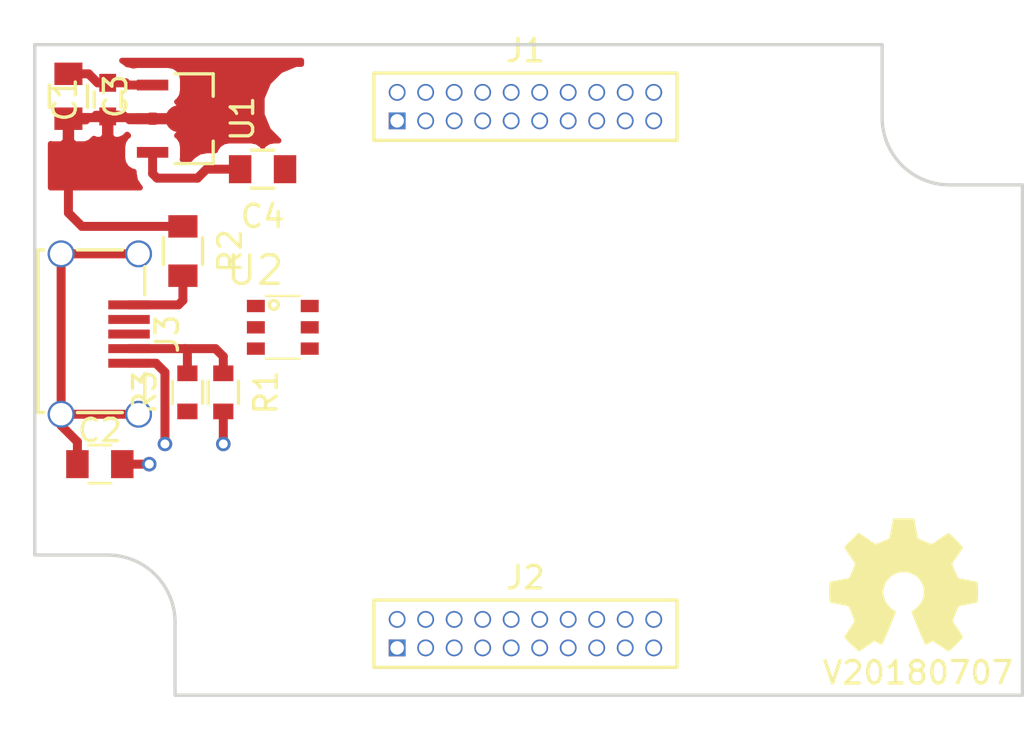
<source format=kicad_pcb>
(kicad_pcb (version 4) (host pcbnew 4.0.7-e2-6376~61~ubuntu18.04.1)

  (general
    (links 29)
    (no_connects 21)
    (area 127.924999 85.424999 172.075001 114.575001)
    (thickness 1.6)
    (drawings 10)
    (tracks 40)
    (zones 0)
    (modules 16)
    (nets 11)
  )

  (page A4)
  (layers
    (0 F.Cu signal)
    (1 In1.Cu signal)
    (2 In2.Cu signal)
    (31 B.Cu signal)
    (32 B.Adhes user)
    (33 F.Adhes user)
    (34 B.Paste user)
    (35 F.Paste user)
    (36 B.SilkS user)
    (37 F.SilkS user)
    (38 B.Mask user)
    (39 F.Mask user)
    (40 Dwgs.User user)
    (41 Cmts.User user)
    (42 Eco1.User user)
    (43 Eco2.User user)
    (44 Edge.Cuts user)
    (45 Margin user)
    (46 B.CrtYd user)
    (47 F.CrtYd user)
    (48 B.Fab user)
    (49 F.Fab user)
  )

  (setup
    (last_trace_width 0.4)
    (user_trace_width 0.15)
    (user_trace_width 0.2)
    (user_trace_width 0.3)
    (user_trace_width 0.4)
    (user_trace_width 0.6)
    (user_trace_width 1)
    (user_trace_width 1.5)
    (user_trace_width 2)
    (trace_clearance 0.0889)
    (zone_clearance 0.508)
    (zone_45_only no)
    (trace_min 0.0889)
    (segment_width 0.2)
    (edge_width 0.15)
    (via_size 0.45)
    (via_drill 0.2)
    (via_min_size 0.45)
    (via_min_drill 0.2)
    (user_via 0.45 0.2)
    (user_via 0.65 0.4)
    (user_via 0.75 0.6)
    (user_via 0.95 0.8)
    (user_via 1.3 1)
    (user_via 1.5 1.2)
    (user_via 1.7 1.4)
    (user_via 1.9 1.6)
    (uvia_size 0.6)
    (uvia_drill 0.3)
    (uvias_allowed no)
    (uvia_min_size 0.381)
    (uvia_min_drill 0.254)
    (pcb_text_width 0.3)
    (pcb_text_size 1.5 1.5)
    (mod_edge_width 0.15)
    (mod_text_size 1 1)
    (mod_text_width 0.15)
    (pad_size 1.524 1.524)
    (pad_drill 0.762)
    (pad_to_mask_clearance 0.1)
    (aux_axis_origin 0 0)
    (visible_elements FFFFFF7F)
    (pcbplotparams
      (layerselection 0x00030_80000001)
      (usegerberextensions false)
      (excludeedgelayer true)
      (linewidth 0.100000)
      (plotframeref false)
      (viasonmask false)
      (mode 1)
      (useauxorigin false)
      (hpglpennumber 1)
      (hpglpenspeed 20)
      (hpglpendiameter 15)
      (hpglpenoverlay 2)
      (psnegative false)
      (psa4output false)
      (plotreference true)
      (plotvalue true)
      (plotinvisibletext false)
      (padsonsilk false)
      (subtractmaskfromsilk false)
      (outputformat 1)
      (mirror false)
      (drillshape 1)
      (scaleselection 1)
      (outputdirectory ""))
  )

  (net 0 "")
  (net 1 VDDA)
  (net 2 VSSA)
  (net 3 VDD)
  (net 4 VSS)
  (net 5 +5V)
  (net 6 "Net-(C2-Pad1)")
  (net 7 "Net-(J3-Pad4)")
  (net 8 "Net-(J3-Pad3)")
  (net 9 "Net-(J3-Pad2)")
  (net 10 "Net-(J3-Pad1)")

  (net_class Default "This is the default net class."
    (clearance 0.0889)
    (trace_width 0.0889)
    (via_dia 0.45)
    (via_drill 0.2)
    (uvia_dia 0.6)
    (uvia_drill 0.3)
    (add_net +5V)
    (add_net "Net-(C2-Pad1)")
    (add_net "Net-(J3-Pad1)")
    (add_net "Net-(J3-Pad2)")
    (add_net "Net-(J3-Pad3)")
    (add_net "Net-(J3-Pad4)")
    (add_net VDD)
    (add_net VDDA)
    (add_net VSS)
    (add_net VSSA)
  )

  (module Symbols:OSHW-Symbol_6.7x6mm_SilkScreen (layer F.Cu) (tedit 0) (tstamp 5A135134)
    (at 166.7 109.6)
    (descr "Open Source Hardware Symbol")
    (tags "Logo Symbol OSHW")
    (path /5A135869)
    (attr virtual)
    (fp_text reference N1 (at 0 0) (layer F.SilkS) hide
      (effects (font (size 1 1) (thickness 0.15)))
    )
    (fp_text value OHWLOGO (at 0.75 0) (layer F.Fab) hide
      (effects (font (size 1 1) (thickness 0.15)))
    )
    (fp_poly (pts (xy 0.555814 -2.531069) (xy 0.639635 -2.086445) (xy 0.94892 -1.958947) (xy 1.258206 -1.831449)
      (xy 1.629246 -2.083754) (xy 1.733157 -2.154004) (xy 1.827087 -2.216728) (xy 1.906652 -2.269062)
      (xy 1.96747 -2.308143) (xy 2.005157 -2.331107) (xy 2.015421 -2.336058) (xy 2.03391 -2.323324)
      (xy 2.07342 -2.288118) (xy 2.129522 -2.234938) (xy 2.197787 -2.168282) (xy 2.273786 -2.092646)
      (xy 2.353092 -2.012528) (xy 2.431275 -1.932426) (xy 2.503907 -1.856836) (xy 2.566559 -1.790255)
      (xy 2.614803 -1.737182) (xy 2.64421 -1.702113) (xy 2.651241 -1.690377) (xy 2.641123 -1.66874)
      (xy 2.612759 -1.621338) (xy 2.569129 -1.552807) (xy 2.513218 -1.467785) (xy 2.448006 -1.370907)
      (xy 2.410219 -1.31565) (xy 2.341343 -1.214752) (xy 2.28014 -1.123701) (xy 2.229578 -1.04703)
      (xy 2.192628 -0.989272) (xy 2.172258 -0.954957) (xy 2.169197 -0.947746) (xy 2.176136 -0.927252)
      (xy 2.195051 -0.879487) (xy 2.223087 -0.811168) (xy 2.257391 -0.729011) (xy 2.295109 -0.63973)
      (xy 2.333387 -0.550042) (xy 2.36937 -0.466662) (xy 2.400206 -0.396306) (xy 2.423039 -0.34569)
      (xy 2.435017 -0.321529) (xy 2.435724 -0.320578) (xy 2.454531 -0.315964) (xy 2.504618 -0.305672)
      (xy 2.580793 -0.290713) (xy 2.677865 -0.272099) (xy 2.790643 -0.250841) (xy 2.856442 -0.238582)
      (xy 2.97695 -0.215638) (xy 3.085797 -0.193805) (xy 3.177476 -0.174278) (xy 3.246481 -0.158252)
      (xy 3.287304 -0.146921) (xy 3.295511 -0.143326) (xy 3.303548 -0.118994) (xy 3.310033 -0.064041)
      (xy 3.31497 0.015108) (xy 3.318364 0.112026) (xy 3.320218 0.220287) (xy 3.320538 0.333465)
      (xy 3.319327 0.445135) (xy 3.31659 0.548868) (xy 3.312331 0.638241) (xy 3.306555 0.706826)
      (xy 3.299267 0.748197) (xy 3.294895 0.75681) (xy 3.268764 0.767133) (xy 3.213393 0.781892)
      (xy 3.136107 0.799352) (xy 3.04423 0.81778) (xy 3.012158 0.823741) (xy 2.857524 0.852066)
      (xy 2.735375 0.874876) (xy 2.641673 0.89308) (xy 2.572384 0.907583) (xy 2.523471 0.919292)
      (xy 2.490897 0.929115) (xy 2.470628 0.937956) (xy 2.458626 0.946724) (xy 2.456947 0.948457)
      (xy 2.440184 0.976371) (xy 2.414614 1.030695) (xy 2.382788 1.104777) (xy 2.34726 1.191965)
      (xy 2.310583 1.285608) (xy 2.275311 1.379052) (xy 2.243996 1.465647) (xy 2.219193 1.53874)
      (xy 2.203454 1.591678) (xy 2.199332 1.617811) (xy 2.199676 1.618726) (xy 2.213641 1.640086)
      (xy 2.245322 1.687084) (xy 2.291391 1.754827) (xy 2.348518 1.838423) (xy 2.413373 1.932982)
      (xy 2.431843 1.959854) (xy 2.497699 2.057275) (xy 2.55565 2.146163) (xy 2.602538 2.221412)
      (xy 2.635207 2.27792) (xy 2.6505 2.310581) (xy 2.651241 2.314593) (xy 2.638392 2.335684)
      (xy 2.602888 2.377464) (xy 2.549293 2.435445) (xy 2.482171 2.505135) (xy 2.406087 2.582045)
      (xy 2.325604 2.661683) (xy 2.245287 2.739561) (xy 2.169699 2.811186) (xy 2.103405 2.87207)
      (xy 2.050969 2.917721) (xy 2.016955 2.94365) (xy 2.007545 2.947883) (xy 1.985643 2.937912)
      (xy 1.9408 2.91102) (xy 1.880321 2.871736) (xy 1.833789 2.840117) (xy 1.749475 2.782098)
      (xy 1.649626 2.713784) (xy 1.549473 2.645579) (xy 1.495627 2.609075) (xy 1.313371 2.4858)
      (xy 1.160381 2.56852) (xy 1.090682 2.604759) (xy 1.031414 2.632926) (xy 0.991311 2.648991)
      (xy 0.981103 2.651226) (xy 0.968829 2.634722) (xy 0.944613 2.588082) (xy 0.910263 2.515609)
      (xy 0.867588 2.421606) (xy 0.818394 2.310374) (xy 0.76449 2.186215) (xy 0.707684 2.053432)
      (xy 0.649782 1.916327) (xy 0.592593 1.779202) (xy 0.537924 1.646358) (xy 0.487584 1.522098)
      (xy 0.44338 1.410725) (xy 0.407119 1.316539) (xy 0.380609 1.243844) (xy 0.365658 1.196941)
      (xy 0.363254 1.180833) (xy 0.382311 1.160286) (xy 0.424036 1.126933) (xy 0.479706 1.087702)
      (xy 0.484378 1.084599) (xy 0.628264 0.969423) (xy 0.744283 0.835053) (xy 0.83143 0.685784)
      (xy 0.888699 0.525913) (xy 0.915086 0.359737) (xy 0.909585 0.191552) (xy 0.87119 0.025655)
      (xy 0.798895 -0.133658) (xy 0.777626 -0.168513) (xy 0.666996 -0.309263) (xy 0.536302 -0.422286)
      (xy 0.390064 -0.506997) (xy 0.232808 -0.562806) (xy 0.069057 -0.589126) (xy -0.096667 -0.58537)
      (xy -0.259838 -0.55095) (xy -0.415935 -0.485277) (xy -0.560433 -0.387765) (xy -0.605131 -0.348187)
      (xy -0.718888 -0.224297) (xy -0.801782 -0.093876) (xy -0.858644 0.052315) (xy -0.890313 0.197088)
      (xy -0.898131 0.35986) (xy -0.872062 0.52344) (xy -0.814755 0.682298) (xy -0.728856 0.830906)
      (xy -0.617014 0.963735) (xy -0.481877 1.075256) (xy -0.464117 1.087011) (xy -0.40785 1.125508)
      (xy -0.365077 1.158863) (xy -0.344628 1.18016) (xy -0.344331 1.180833) (xy -0.348721 1.203871)
      (xy -0.366124 1.256157) (xy -0.394732 1.33339) (xy -0.432735 1.431268) (xy -0.478326 1.545491)
      (xy -0.529697 1.671758) (xy -0.585038 1.805767) (xy -0.642542 1.943218) (xy -0.700399 2.079808)
      (xy -0.756802 2.211237) (xy -0.809942 2.333205) (xy -0.85801 2.441409) (xy -0.899199 2.531549)
      (xy -0.931699 2.599323) (xy -0.953703 2.64043) (xy -0.962564 2.651226) (xy -0.98964 2.642819)
      (xy -1.040303 2.620272) (xy -1.105817 2.587613) (xy -1.141841 2.56852) (xy -1.294832 2.4858)
      (xy -1.477088 2.609075) (xy -1.570125 2.672228) (xy -1.671985 2.741727) (xy -1.767438 2.807165)
      (xy -1.81525 2.840117) (xy -1.882495 2.885273) (xy -1.939436 2.921057) (xy -1.978646 2.942938)
      (xy -1.991381 2.947563) (xy -2.009917 2.935085) (xy -2.050941 2.900252) (xy -2.110475 2.846678)
      (xy -2.184542 2.777983) (xy -2.269165 2.697781) (xy -2.322685 2.646286) (xy -2.416319 2.554286)
      (xy -2.497241 2.471999) (xy -2.562177 2.402945) (xy -2.607858 2.350644) (xy -2.631011 2.318616)
      (xy -2.633232 2.312116) (xy -2.622924 2.287394) (xy -2.594439 2.237405) (xy -2.550937 2.167212)
      (xy -2.495577 2.081875) (xy -2.43152 1.986456) (xy -2.413303 1.959854) (xy -2.346927 1.863167)
      (xy -2.287378 1.776117) (xy -2.237984 1.703595) (xy -2.202075 1.650493) (xy -2.182981 1.621703)
      (xy -2.181136 1.618726) (xy -2.183895 1.595782) (xy -2.198538 1.545336) (xy -2.222513 1.474041)
      (xy -2.253266 1.388547) (xy -2.288244 1.295507) (xy -2.324893 1.201574) (xy -2.360661 1.113399)
      (xy -2.392994 1.037634) (xy -2.419338 0.980931) (xy -2.437142 0.949943) (xy -2.438407 0.948457)
      (xy -2.449294 0.939601) (xy -2.467682 0.930843) (xy -2.497606 0.921277) (xy -2.543103 0.909996)
      (xy -2.608209 0.896093) (xy -2.696961 0.878663) (xy -2.813393 0.856798) (xy -2.961542 0.829591)
      (xy -2.993618 0.823741) (xy -3.088686 0.805374) (xy -3.171565 0.787405) (xy -3.23493 0.771569)
      (xy -3.271458 0.7596) (xy -3.276356 0.75681) (xy -3.284427 0.732072) (xy -3.290987 0.67679)
      (xy -3.296033 0.597389) (xy -3.299559 0.500296) (xy -3.301561 0.391938) (xy -3.302036 0.27874)
      (xy -3.300977 0.167128) (xy -3.298382 0.063529) (xy -3.294246 -0.025632) (xy -3.288563 -0.093928)
      (xy -3.281331 -0.134934) (xy -3.276971 -0.143326) (xy -3.252698 -0.151792) (xy -3.197426 -0.165565)
      (xy -3.116662 -0.18345) (xy -3.015912 -0.204252) (xy -2.900683 -0.226777) (xy -2.837902 -0.238582)
      (xy -2.718787 -0.260849) (xy -2.612565 -0.281021) (xy -2.524427 -0.298085) (xy -2.459566 -0.311031)
      (xy -2.423174 -0.318845) (xy -2.417184 -0.320578) (xy -2.407061 -0.34011) (xy -2.385662 -0.387157)
      (xy -2.355839 -0.454997) (xy -2.320445 -0.536909) (xy -2.282332 -0.626172) (xy -2.244353 -0.716065)
      (xy -2.20936 -0.799865) (xy -2.180206 -0.870853) (xy -2.159743 -0.922306) (xy -2.150823 -0.947503)
      (xy -2.150657 -0.948604) (xy -2.160769 -0.968481) (xy -2.189117 -1.014223) (xy -2.232723 -1.081283)
      (xy -2.288606 -1.165116) (xy -2.353787 -1.261174) (xy -2.391679 -1.31635) (xy -2.460725 -1.417519)
      (xy -2.52205 -1.50937) (xy -2.572663 -1.587256) (xy -2.609571 -1.646531) (xy -2.629782 -1.682549)
      (xy -2.632701 -1.690623) (xy -2.620153 -1.709416) (xy -2.585463 -1.749543) (xy -2.533063 -1.806507)
      (xy -2.467384 -1.875815) (xy -2.392856 -1.952969) (xy -2.313913 -2.033475) (xy -2.234983 -2.112837)
      (xy -2.1605 -2.18656) (xy -2.094894 -2.250148) (xy -2.042596 -2.299106) (xy -2.008039 -2.328939)
      (xy -1.996478 -2.336058) (xy -1.977654 -2.326047) (xy -1.932631 -2.297922) (xy -1.865787 -2.254546)
      (xy -1.781499 -2.198782) (xy -1.684144 -2.133494) (xy -1.610707 -2.083754) (xy -1.239667 -1.831449)
      (xy -0.621095 -2.086445) (xy -0.537275 -2.531069) (xy -0.453454 -2.975693) (xy 0.471994 -2.975693)
      (xy 0.555814 -2.531069)) (layer F.SilkS) (width 0.01))
  )

  (module SquantorLabels:Label_version (layer F.Cu) (tedit 59D3ED5E) (tstamp 5A135138)
    (at 167.35 113.5)
    (path /5A1357A5)
    (fp_text reference N2 (at 0 2) (layer F.Fab) hide
      (effects (font (size 1 1) (thickness 0.15)))
    )
    (fp_text value V20180707 (at 0 0) (layer F.SilkS)
      (effects (font (size 1 1) (thickness 0.15)))
    )
  )

  (module SquantorPcbOutline:MountingHole_2.5mm_no_metal locked (layer F.Cu) (tedit 5B1D0196) (tstamp 5B1D07E7)
    (at 140 88.25)
    (path /5B1CFFB9)
    (fp_text reference H1 (at 0 -3) (layer F.SilkS) hide
      (effects (font (size 1 1) (thickness 0.15)))
    )
    (fp_text value Drill_Hole_no_metal (at 0 3) (layer F.Fab) hide
      (effects (font (size 1 1) (thickness 0.15)))
    )
    (pad "" np_thru_hole circle (at 0 0) (size 2.5 2.5) (drill 2.5) (layers *.Cu *.Mask))
  )

  (module SquantorPcbOutline:MountingHole_2.5mm_no_metal locked (layer F.Cu) (tedit 5B1D018E) (tstamp 5B1D07EC)
    (at 160 111.75)
    (path /5B1D000C)
    (fp_text reference H2 (at 0 -3) (layer F.SilkS) hide
      (effects (font (size 1 1) (thickness 0.15)))
    )
    (fp_text value Drill_Hole_no_metal (at 0 3) (layer F.Fab) hide
      (effects (font (size 1 1) (thickness 0.15)))
    )
    (pad "" np_thru_hole circle (at 0 0) (size 2.5 2.5) (drill 2.5) (layers *.Cu *.Mask))
  )

  (module SquantorConnectors:Header-0127-2X10-H006 (layer F.Cu) (tedit 5B313BA7) (tstamp 5B3652EB)
    (at 149.86 88.265)
    (path /5B1D0821)
    (fp_text reference J1 (at 0 -2.5) (layer F.SilkS)
      (effects (font (size 1 1) (thickness 0.15)))
    )
    (fp_text value Conn_02x10_Odd_Even (at 0 2.5) (layer F.Fab)
      (effects (font (size 1 1) (thickness 0.15)))
    )
    (fp_line (start 6.75 -1.5) (end 6.5 -1.5) (layer F.SilkS) (width 0.15))
    (fp_line (start 6.75 1.5) (end 6.75 -1.5) (layer F.SilkS) (width 0.15))
    (fp_line (start 6.5 1.5) (end 6.75 1.5) (layer F.SilkS) (width 0.15))
    (fp_line (start -6.75 1.5) (end -6.5 1.5) (layer F.SilkS) (width 0.15))
    (fp_line (start -6.75 -1.5) (end -6.75 1.5) (layer F.SilkS) (width 0.15))
    (fp_line (start -6.5 -1.5) (end -6.75 -1.5) (layer F.SilkS) (width 0.15))
    (fp_line (start 6.5 1.5) (end -6.5 1.5) (layer F.SilkS) (width 0.15))
    (fp_line (start -6.5 -1.5) (end 6.5 -1.5) (layer F.SilkS) (width 0.15))
    (pad 1 thru_hole rect (at -5.715 0.63089) (size 0.75 0.75) (drill 0.6) (layers *.Cu *.Mask)
      (net 1 VDDA))
    (pad 2 thru_hole circle (at -5.715 -0.63911) (size 0.75 0.75) (drill 0.6) (layers *.Cu *.Mask)
      (net 1 VDDA))
    (pad 3 thru_hole circle (at -4.445 0.63089) (size 0.75 0.75) (drill 0.6) (layers *.Cu *.Mask)
      (net 2 VSSA))
    (pad 4 thru_hole circle (at -4.445 -0.63911) (size 0.75 0.75) (drill 0.6) (layers *.Cu *.Mask)
      (net 2 VSSA))
    (pad 5 thru_hole circle (at -3.175 0.63089) (size 0.75 0.75) (drill 0.6) (layers *.Cu *.Mask))
    (pad 6 thru_hole circle (at -3.175 -0.63911) (size 0.75 0.75) (drill 0.6) (layers *.Cu *.Mask))
    (pad 7 thru_hole circle (at -1.905 0.63089) (size 0.75 0.75) (drill 0.6) (layers *.Cu *.Mask))
    (pad 8 thru_hole circle (at -1.905 -0.63911) (size 0.75 0.75) (drill 0.6) (layers *.Cu *.Mask))
    (pad 9 thru_hole circle (at -0.635 0.63089) (size 0.75 0.75) (drill 0.6) (layers *.Cu *.Mask))
    (pad 10 thru_hole circle (at -0.635 -0.63911) (size 0.75 0.75) (drill 0.6) (layers *.Cu *.Mask))
    (pad 11 thru_hole circle (at 0.635 0.63089) (size 0.75 0.75) (drill 0.6) (layers *.Cu *.Mask))
    (pad 12 thru_hole circle (at 0.635 -0.63911) (size 0.75 0.75) (drill 0.6) (layers *.Cu *.Mask))
    (pad 13 thru_hole circle (at 1.905 0.63089) (size 0.75 0.75) (drill 0.6) (layers *.Cu *.Mask))
    (pad 14 thru_hole circle (at 1.905 -0.63911) (size 0.75 0.75) (drill 0.6) (layers *.Cu *.Mask))
    (pad 15 thru_hole circle (at 3.175 0.63089) (size 0.75 0.75) (drill 0.6) (layers *.Cu *.Mask))
    (pad 16 thru_hole circle (at 3.175 -0.63911) (size 0.75 0.75) (drill 0.6) (layers *.Cu *.Mask))
    (pad 17 thru_hole circle (at 4.445 0.63089) (size 0.75 0.75) (drill 0.6) (layers *.Cu *.Mask))
    (pad 18 thru_hole circle (at 4.445 -0.63911) (size 0.75 0.75) (drill 0.6) (layers *.Cu *.Mask))
    (pad 19 thru_hole circle (at 5.715 0.63089) (size 0.75 0.75) (drill 0.6) (layers *.Cu *.Mask))
    (pad 20 thru_hole circle (at 5.715 -0.63911) (size 0.75 0.75) (drill 0.6) (layers *.Cu *.Mask))
  )

  (module SquantorConnectors:Header-0127-2X10-H006 (layer F.Cu) (tedit 5B313BA7) (tstamp 5B36530A)
    (at 149.86 111.76)
    (path /5B1D18B3)
    (fp_text reference J2 (at 0 -2.5) (layer F.SilkS)
      (effects (font (size 1 1) (thickness 0.15)))
    )
    (fp_text value Conn_02x10_Odd_Even (at 0 2.5) (layer F.Fab)
      (effects (font (size 1 1) (thickness 0.15)))
    )
    (fp_line (start 6.75 -1.5) (end 6.5 -1.5) (layer F.SilkS) (width 0.15))
    (fp_line (start 6.75 1.5) (end 6.75 -1.5) (layer F.SilkS) (width 0.15))
    (fp_line (start 6.5 1.5) (end 6.75 1.5) (layer F.SilkS) (width 0.15))
    (fp_line (start -6.75 1.5) (end -6.5 1.5) (layer F.SilkS) (width 0.15))
    (fp_line (start -6.75 -1.5) (end -6.75 1.5) (layer F.SilkS) (width 0.15))
    (fp_line (start -6.5 -1.5) (end -6.75 -1.5) (layer F.SilkS) (width 0.15))
    (fp_line (start 6.5 1.5) (end -6.5 1.5) (layer F.SilkS) (width 0.15))
    (fp_line (start -6.5 -1.5) (end 6.5 -1.5) (layer F.SilkS) (width 0.15))
    (pad 1 thru_hole rect (at -5.715 0.63089) (size 0.75 0.75) (drill 0.6) (layers *.Cu *.Mask)
      (net 3 VDD))
    (pad 2 thru_hole circle (at -5.715 -0.63911) (size 0.75 0.75) (drill 0.6) (layers *.Cu *.Mask)
      (net 3 VDD))
    (pad 3 thru_hole circle (at -4.445 0.63089) (size 0.75 0.75) (drill 0.6) (layers *.Cu *.Mask)
      (net 4 VSS))
    (pad 4 thru_hole circle (at -4.445 -0.63911) (size 0.75 0.75) (drill 0.6) (layers *.Cu *.Mask)
      (net 4 VSS))
    (pad 5 thru_hole circle (at -3.175 0.63089) (size 0.75 0.75) (drill 0.6) (layers *.Cu *.Mask))
    (pad 6 thru_hole circle (at -3.175 -0.63911) (size 0.75 0.75) (drill 0.6) (layers *.Cu *.Mask))
    (pad 7 thru_hole circle (at -1.905 0.63089) (size 0.75 0.75) (drill 0.6) (layers *.Cu *.Mask))
    (pad 8 thru_hole circle (at -1.905 -0.63911) (size 0.75 0.75) (drill 0.6) (layers *.Cu *.Mask))
    (pad 9 thru_hole circle (at -0.635 0.63089) (size 0.75 0.75) (drill 0.6) (layers *.Cu *.Mask))
    (pad 10 thru_hole circle (at -0.635 -0.63911) (size 0.75 0.75) (drill 0.6) (layers *.Cu *.Mask))
    (pad 11 thru_hole circle (at 0.635 0.63089) (size 0.75 0.75) (drill 0.6) (layers *.Cu *.Mask))
    (pad 12 thru_hole circle (at 0.635 -0.63911) (size 0.75 0.75) (drill 0.6) (layers *.Cu *.Mask))
    (pad 13 thru_hole circle (at 1.905 0.63089) (size 0.75 0.75) (drill 0.6) (layers *.Cu *.Mask))
    (pad 14 thru_hole circle (at 1.905 -0.63911) (size 0.75 0.75) (drill 0.6) (layers *.Cu *.Mask))
    (pad 15 thru_hole circle (at 3.175 0.63089) (size 0.75 0.75) (drill 0.6) (layers *.Cu *.Mask))
    (pad 16 thru_hole circle (at 3.175 -0.63911) (size 0.75 0.75) (drill 0.6) (layers *.Cu *.Mask))
    (pad 17 thru_hole circle (at 4.445 0.63089) (size 0.75 0.75) (drill 0.6) (layers *.Cu *.Mask))
    (pad 18 thru_hole circle (at 4.445 -0.63911) (size 0.75 0.75) (drill 0.6) (layers *.Cu *.Mask))
    (pad 19 thru_hole circle (at 5.715 0.63089) (size 0.75 0.75) (drill 0.6) (layers *.Cu *.Mask))
    (pad 20 thru_hole circle (at 5.715 -0.63911) (size 0.75 0.75) (drill 0.6) (layers *.Cu *.Mask))
  )

  (module SquantorRcl:C_0603 (layer F.Cu) (tedit 5415D631) (tstamp 5B40C451)
    (at 131.25 87.95 90)
    (descr "Capacitor SMD 0603, reflow soldering, AVX (see smccp.pdf)")
    (tags "capacitor 0603")
    (path /5B40DE1B)
    (attr smd)
    (fp_text reference C1 (at 0 -1.9 90) (layer F.SilkS)
      (effects (font (size 1 1) (thickness 0.15)))
    )
    (fp_text value 100n (at 0 1.9 90) (layer F.Fab)
      (effects (font (size 1 1) (thickness 0.15)))
    )
    (fp_line (start -0.8 0.4) (end -0.8 -0.4) (layer F.Fab) (width 0.15))
    (fp_line (start 0.8 0.4) (end -0.8 0.4) (layer F.Fab) (width 0.15))
    (fp_line (start 0.8 -0.4) (end 0.8 0.4) (layer F.Fab) (width 0.15))
    (fp_line (start -0.8 -0.4) (end 0.8 -0.4) (layer F.Fab) (width 0.15))
    (fp_line (start -1.45 -0.75) (end 1.45 -0.75) (layer F.CrtYd) (width 0.05))
    (fp_line (start -1.45 0.75) (end 1.45 0.75) (layer F.CrtYd) (width 0.05))
    (fp_line (start -1.45 -0.75) (end -1.45 0.75) (layer F.CrtYd) (width 0.05))
    (fp_line (start 1.45 -0.75) (end 1.45 0.75) (layer F.CrtYd) (width 0.05))
    (fp_line (start -0.35 -0.6) (end 0.35 -0.6) (layer F.SilkS) (width 0.15))
    (fp_line (start 0.35 0.6) (end -0.35 0.6) (layer F.SilkS) (width 0.15))
    (pad 1 smd rect (at -0.75 0 90) (size 0.8 0.75) (layers F.Cu F.Paste F.Mask)
      (net 5 +5V))
    (pad 2 smd rect (at 0.75 0 90) (size 0.8 0.75) (layers F.Cu F.Paste F.Mask)
      (net 4 VSS))
    (model Capacitors_SMD.3dshapes/C_0603.wrl
      (at (xyz 0 0 0))
      (scale (xyz 1 1 1))
      (rotate (xyz 0 0 0))
    )
  )

  (module Capacitors_SMD:C_0805 (layer F.Cu) (tedit 58AA8463) (tstamp 5B40C462)
    (at 130.9 104.2)
    (descr "Capacitor SMD 0805, reflow soldering, AVX (see smccp.pdf)")
    (tags "capacitor 0805")
    (path /5B40BF8F)
    (attr smd)
    (fp_text reference C2 (at 0 -1.5) (layer F.SilkS)
      (effects (font (size 1 1) (thickness 0.15)))
    )
    (fp_text value 100nF (at 0 1.75) (layer F.Fab)
      (effects (font (size 1 1) (thickness 0.15)))
    )
    (fp_text user %R (at 0 -1.5) (layer F.Fab)
      (effects (font (size 1 1) (thickness 0.15)))
    )
    (fp_line (start -1 0.62) (end -1 -0.62) (layer F.Fab) (width 0.1))
    (fp_line (start 1 0.62) (end -1 0.62) (layer F.Fab) (width 0.1))
    (fp_line (start 1 -0.62) (end 1 0.62) (layer F.Fab) (width 0.1))
    (fp_line (start -1 -0.62) (end 1 -0.62) (layer F.Fab) (width 0.1))
    (fp_line (start 0.5 -0.85) (end -0.5 -0.85) (layer F.SilkS) (width 0.12))
    (fp_line (start -0.5 0.85) (end 0.5 0.85) (layer F.SilkS) (width 0.12))
    (fp_line (start -1.75 -0.88) (end 1.75 -0.88) (layer F.CrtYd) (width 0.05))
    (fp_line (start -1.75 -0.88) (end -1.75 0.87) (layer F.CrtYd) (width 0.05))
    (fp_line (start 1.75 0.87) (end 1.75 -0.88) (layer F.CrtYd) (width 0.05))
    (fp_line (start 1.75 0.87) (end -1.75 0.87) (layer F.CrtYd) (width 0.05))
    (pad 1 smd rect (at -1 0) (size 1 1.25) (layers F.Cu F.Paste F.Mask)
      (net 6 "Net-(C2-Pad1)"))
    (pad 2 smd rect (at 1 0) (size 1 1.25) (layers F.Cu F.Paste F.Mask)
      (net 4 VSS))
    (model Capacitors_SMD.3dshapes/C_0805.wrl
      (at (xyz 0 0 0))
      (scale (xyz 1 1 1))
      (rotate (xyz 0 0 0))
    )
  )

  (module SquantorRcl:C_0805 (layer F.Cu) (tedit 5415D6EA) (tstamp 5B40C472)
    (at 129.5 87.8 270)
    (descr "Capacitor SMD 0805, reflow soldering, AVX (see smccp.pdf)")
    (tags "capacitor 0805")
    (path /5B40D718)
    (attr smd)
    (fp_text reference C3 (at 0 -2.1 270) (layer F.SilkS)
      (effects (font (size 1 1) (thickness 0.15)))
    )
    (fp_text value 10u (at 0 2.1 270) (layer F.Fab)
      (effects (font (size 1 1) (thickness 0.15)))
    )
    (fp_line (start -1 0.625) (end -1 -0.625) (layer F.Fab) (width 0.15))
    (fp_line (start 1 0.625) (end -1 0.625) (layer F.Fab) (width 0.15))
    (fp_line (start 1 -0.625) (end 1 0.625) (layer F.Fab) (width 0.15))
    (fp_line (start -1 -0.625) (end 1 -0.625) (layer F.Fab) (width 0.15))
    (fp_line (start -1.8 -1) (end 1.8 -1) (layer F.CrtYd) (width 0.05))
    (fp_line (start -1.8 1) (end 1.8 1) (layer F.CrtYd) (width 0.05))
    (fp_line (start -1.8 -1) (end -1.8 1) (layer F.CrtYd) (width 0.05))
    (fp_line (start 1.8 -1) (end 1.8 1) (layer F.CrtYd) (width 0.05))
    (fp_line (start 0.5 -0.85) (end -0.5 -0.85) (layer F.SilkS) (width 0.15))
    (fp_line (start -0.5 0.85) (end 0.5 0.85) (layer F.SilkS) (width 0.15))
    (pad 1 smd rect (at -1 0 270) (size 1 1.25) (layers F.Cu F.Paste F.Mask)
      (net 4 VSS))
    (pad 2 smd rect (at 1 0 270) (size 1 1.25) (layers F.Cu F.Paste F.Mask)
      (net 5 +5V))
    (model Capacitors_SMD.3dshapes/C_0805.wrl
      (at (xyz 0 0 0))
      (scale (xyz 1 1 1))
      (rotate (xyz 0 0 0))
    )
  )

  (module SquantorRcl:C_0805 (layer F.Cu) (tedit 5415D6EA) (tstamp 5B40C482)
    (at 138.15 91.05 180)
    (descr "Capacitor SMD 0805, reflow soldering, AVX (see smccp.pdf)")
    (tags "capacitor 0805")
    (path /5B40E161)
    (attr smd)
    (fp_text reference C4 (at 0 -2.1 180) (layer F.SilkS)
      (effects (font (size 1 1) (thickness 0.15)))
    )
    (fp_text value 10u (at 0 2.1 180) (layer F.Fab)
      (effects (font (size 1 1) (thickness 0.15)))
    )
    (fp_line (start -1 0.625) (end -1 -0.625) (layer F.Fab) (width 0.15))
    (fp_line (start 1 0.625) (end -1 0.625) (layer F.Fab) (width 0.15))
    (fp_line (start 1 -0.625) (end 1 0.625) (layer F.Fab) (width 0.15))
    (fp_line (start -1 -0.625) (end 1 -0.625) (layer F.Fab) (width 0.15))
    (fp_line (start -1.8 -1) (end 1.8 -1) (layer F.CrtYd) (width 0.05))
    (fp_line (start -1.8 1) (end 1.8 1) (layer F.CrtYd) (width 0.05))
    (fp_line (start -1.8 -1) (end -1.8 1) (layer F.CrtYd) (width 0.05))
    (fp_line (start 1.8 -1) (end 1.8 1) (layer F.CrtYd) (width 0.05))
    (fp_line (start 0.5 -0.85) (end -0.5 -0.85) (layer F.SilkS) (width 0.15))
    (fp_line (start -0.5 0.85) (end 0.5 0.85) (layer F.SilkS) (width 0.15))
    (pad 1 smd rect (at -1 0 180) (size 1 1.25) (layers F.Cu F.Paste F.Mask)
      (net 4 VSS))
    (pad 2 smd rect (at 1 0 180) (size 1 1.25) (layers F.Cu F.Paste F.Mask)
      (net 3 VDD))
    (model Capacitors_SMD.3dshapes/C_0805.wrl
      (at (xyz 0 0 0))
      (scale (xyz 1 1 1))
      (rotate (xyz 0 0 0))
    )
  )

  (module SquantorUsb:USB-muB-SMD_TH (layer F.Cu) (tedit 5B3D26BA) (tstamp 5B40C498)
    (at 130.9 98.4 270)
    (path /5B40BE79)
    (fp_text reference J3 (at 0 -3 270) (layer F.SilkS)
      (effects (font (size 1 1) (thickness 0.15)))
    )
    (fp_text value USB-ID (at 0 3.6 270) (layer F.Fab)
      (effects (font (size 1 1) (thickness 0.15)))
    )
    (fp_line (start 3.5 2.5) (end 3.5 2.75) (layer F.SilkS) (width 0.15))
    (fp_line (start 3.5 2.75) (end -3.75 2.75) (layer F.SilkS) (width 0.15))
    (fp_line (start -3.75 2.75) (end -3.75 2.5) (layer F.SilkS) (width 0.15))
    (fp_line (start -3.75 -1) (end -3.75 1) (layer F.SilkS) (width 0.15))
    (fp_line (start 3.5 -1) (end 3.5 1) (layer F.SilkS) (width 0.15))
    (fp_line (start 1.75 -2) (end 3 -2) (layer F.SilkS) (width 0.15))
    (fp_line (start -3 -2) (end -1.75 -2) (layer F.SilkS) (width 0.15))
    (pad S thru_hole circle (at -3.575 -1.725 270) (size 1.2 1.2) (drill 1) (layers *.Cu *.Mask)
      (net 6 "Net-(C2-Pad1)"))
    (pad S thru_hole circle (at 3.575 -1.725 270) (size 1.2 1.2) (drill 1) (layers *.Cu *.Mask)
      (net 6 "Net-(C2-Pad1)"))
    (pad S thru_hole circle (at -3.575 1.725 270) (size 1.2 1.2) (drill 1) (layers *.Cu *.Mask)
      (net 6 "Net-(C2-Pad1)"))
    (pad "" np_thru_hole circle (at -2 -0.575 270) (size 0.8 0.8) (drill 0.8) (layers *.Cu))
    (pad 5 smd rect (at 1.3 -1.3 270) (size 0.4 1.85) (layers F.Cu F.Paste F.Mask)
      (net 4 VSS))
    (pad 4 smd rect (at 0.65 -1.3 270) (size 0.4 1.85) (layers F.Cu F.Paste F.Mask)
      (net 7 "Net-(J3-Pad4)"))
    (pad 3 smd rect (at 0 -1.3 270) (size 0.4 1.85) (layers F.Cu F.Paste F.Mask)
      (net 8 "Net-(J3-Pad3)"))
    (pad 2 smd rect (at -0.65 -1.3 270) (size 0.4 1.85) (layers F.Cu F.Paste F.Mask)
      (net 9 "Net-(J3-Pad2)"))
    (pad 1 smd rect (at -1.3 -1.3 270) (size 0.4 1.85) (layers F.Cu F.Paste F.Mask)
      (net 10 "Net-(J3-Pad1)"))
    (pad "" np_thru_hole circle (at 2 -0.575 270) (size 0.8 0.8) (drill 0.8) (layers *.Cu))
    (pad S thru_hole circle (at 3.575 1.725 270) (size 1.2 1.2) (drill 1) (layers *.Cu *.Mask)
      (net 6 "Net-(C2-Pad1)"))
  )

  (module SquantorRcl:R_0603_hand (layer F.Cu) (tedit 587552B0) (tstamp 5B40C4A8)
    (at 136.4 101 270)
    (descr "Resistor SMD 0603, reflow soldering, Vishay (see dcrcw.pdf)")
    (tags "resistor 0603")
    (path /5B40C8BF)
    (attr smd)
    (fp_text reference R1 (at 0 -1.9 270) (layer F.SilkS)
      (effects (font (size 1 1) (thickness 0.15)))
    )
    (fp_text value R (at 0 1.9 270) (layer F.Fab)
      (effects (font (size 1 1) (thickness 0.15)))
    )
    (fp_line (start -0.8 0.4) (end -0.8 -0.4) (layer F.Fab) (width 0.1))
    (fp_line (start 0.8 0.4) (end -0.8 0.4) (layer F.Fab) (width 0.1))
    (fp_line (start 0.8 -0.4) (end 0.8 0.4) (layer F.Fab) (width 0.1))
    (fp_line (start -0.8 -0.4) (end 0.8 -0.4) (layer F.Fab) (width 0.1))
    (fp_line (start -1.5 -0.8) (end 1.5 -0.8) (layer F.CrtYd) (width 0.05))
    (fp_line (start -1.5 0.8) (end 1.5 0.8) (layer F.CrtYd) (width 0.05))
    (fp_line (start -1.5 -0.8) (end -1.5 0.8) (layer F.CrtYd) (width 0.05))
    (fp_line (start 1.5 -0.8) (end 1.5 0.8) (layer F.CrtYd) (width 0.05))
    (fp_line (start 0.5 0.675) (end -0.5 0.675) (layer F.SilkS) (width 0.15))
    (fp_line (start -0.5 -0.675) (end 0.5 -0.675) (layer F.SilkS) (width 0.15))
    (pad 1 smd rect (at -0.85 0 270) (size 0.7 0.9) (layers F.Cu F.Paste F.Mask)
      (net 7 "Net-(J3-Pad4)"))
    (pad 2 smd rect (at 0.85 0 270) (size 0.7 0.9) (layers F.Cu F.Paste F.Mask)
      (net 4 VSS))
    (model Resistors_SMD.3dshapes/R_0603.wrl
      (at (xyz 0 0 0))
      (scale (xyz 1 1 1))
      (rotate (xyz 0 0 0))
    )
  )

  (module SquantorRcl:R_0805_hand (layer F.Cu) (tedit 5B40BF47) (tstamp 5B40C4B8)
    (at 134.6 94.7 270)
    (descr "Resistor SMD 0805, reflow soldering, Vishay (see dcrcw.pdf)")
    (tags "resistor 0805")
    (path /5B40BFDE)
    (attr smd)
    (fp_text reference R2 (at 0 -2.1 270) (layer F.SilkS)
      (effects (font (size 1 1) (thickness 0.15)))
    )
    (fp_text value FB (at 0 2.1 270) (layer F.Fab)
      (effects (font (size 1 1) (thickness 0.15)))
    )
    (fp_line (start -1 0.625) (end -1 -0.625) (layer F.Fab) (width 0.1))
    (fp_line (start 1 0.625) (end -1 0.625) (layer F.Fab) (width 0.1))
    (fp_line (start 1 -0.625) (end 1 0.625) (layer F.Fab) (width 0.1))
    (fp_line (start -1 -0.625) (end 1 -0.625) (layer F.Fab) (width 0.1))
    (fp_line (start -1.9 -1) (end 1.9 -1) (layer F.CrtYd) (width 0.05))
    (fp_line (start -1.9 1) (end 1.9 1) (layer F.CrtYd) (width 0.05))
    (fp_line (start -1.9 -1) (end -1.9 1) (layer F.CrtYd) (width 0.05))
    (fp_line (start 1.9 -1) (end 1.9 1) (layer F.CrtYd) (width 0.05))
    (fp_line (start 0.6 0.875) (end -0.6 0.875) (layer F.SilkS) (width 0.15))
    (fp_line (start -0.6 -0.875) (end 0.6 -0.875) (layer F.SilkS) (width 0.15))
    (pad 1 smd rect (at -1.1 0 270) (size 1 1.3) (layers F.Cu F.Paste F.Mask)
      (net 5 +5V))
    (pad 2 smd rect (at 1.1 0 270) (size 1 1.3) (layers F.Cu F.Paste F.Mask)
      (net 10 "Net-(J3-Pad1)"))
    (model Resistors_SMD.3dshapes/R_0805.wrl
      (at (xyz 0 0 0))
      (scale (xyz 1 1 1))
      (rotate (xyz 0 0 0))
    )
  )

  (module SquantorRcl:R_0603_hand (layer F.Cu) (tedit 587552B0) (tstamp 5B40C4C8)
    (at 134.8 101 90)
    (descr "Resistor SMD 0603, reflow soldering, Vishay (see dcrcw.pdf)")
    (tags "resistor 0603")
    (path /5B40C9FF)
    (attr smd)
    (fp_text reference R3 (at 0 -1.9 90) (layer F.SilkS)
      (effects (font (size 1 1) (thickness 0.15)))
    )
    (fp_text value R (at 0 1.9 270) (layer F.Fab)
      (effects (font (size 1 1) (thickness 0.15)))
    )
    (fp_line (start -0.8 0.4) (end -0.8 -0.4) (layer F.Fab) (width 0.1))
    (fp_line (start 0.8 0.4) (end -0.8 0.4) (layer F.Fab) (width 0.1))
    (fp_line (start 0.8 -0.4) (end 0.8 0.4) (layer F.Fab) (width 0.1))
    (fp_line (start -0.8 -0.4) (end 0.8 -0.4) (layer F.Fab) (width 0.1))
    (fp_line (start -1.5 -0.8) (end 1.5 -0.8) (layer F.CrtYd) (width 0.05))
    (fp_line (start -1.5 0.8) (end 1.5 0.8) (layer F.CrtYd) (width 0.05))
    (fp_line (start -1.5 -0.8) (end -1.5 0.8) (layer F.CrtYd) (width 0.05))
    (fp_line (start 1.5 -0.8) (end 1.5 0.8) (layer F.CrtYd) (width 0.05))
    (fp_line (start 0.5 0.675) (end -0.5 0.675) (layer F.SilkS) (width 0.15))
    (fp_line (start -0.5 -0.675) (end 0.5 -0.675) (layer F.SilkS) (width 0.15))
    (pad 1 smd rect (at -0.85 0 90) (size 0.7 0.9) (layers F.Cu F.Paste F.Mask)
      (net 5 +5V))
    (pad 2 smd rect (at 0.85 0 90) (size 0.7 0.9) (layers F.Cu F.Paste F.Mask)
      (net 7 "Net-(J3-Pad4)"))
    (model Resistors_SMD.3dshapes/R_0603.wrl
      (at (xyz 0 0 0))
      (scale (xyz 1 1 1))
      (rotate (xyz 0 0 0))
    )
  )

  (module "SquantorMicrochip:MB-(SOT-89)" (layer F.Cu) (tedit 5B2D6278) (tstamp 5B40C4D4)
    (at 133.25 88.8 270)
    (path /5B40D61C)
    (fp_text reference U1 (at 0 -4 270) (layer F.SilkS)
      (effects (font (size 1 1) (thickness 0.15)))
    )
    (fp_text value MCP1702-MB (at 0 2 270) (layer F.Fab)
      (effects (font (size 1 1) (thickness 0.15)))
    )
    (fp_line (start 2 -2.7) (end 2 -1) (layer F.SilkS) (width 0.15))
    (fp_line (start 1 -2.7) (end 2 -2.7) (layer F.SilkS) (width 0.15))
    (fp_line (start -2 -2.7) (end -1 -2.7) (layer F.SilkS) (width 0.15))
    (fp_line (start -2 -1) (end -2 -2.7) (layer F.SilkS) (width 0.15))
    (pad 1 smd rect (at -1.5 0 270) (size 0.48 1.4) (layers F.Cu F.Paste F.Mask)
      (net 4 VSS))
    (pad 2 smd rect (at 0 0 270) (size 0.48 1.4) (layers F.Cu F.Paste F.Mask)
      (net 5 +5V))
    (pad 3 smd rect (at 1.5 0 270) (size 0.48 1.4) (layers F.Cu F.Paste F.Mask)
      (net 3 VDD))
    (pad TAB smd oval (at 0 -2 270) (size 1.2 2.85) (layers F.Cu F.Paste F.Mask)
      (net 5 +5V) (zone_connect 2))
  )

  (module SquantorIC:SOT457-SOT23_6 (layer F.Cu) (tedit 587E90AE) (tstamp 5B40C4E9)
    (at 139.05 98.1 270)
    (descr "<li><b>SOT457</b><hr>\n<ul><li>TSOP6: Plastic surface-mounted package; 6 lead\n<li><u>JEIDA</u>: SC73\n<p>A.K.A. SOT23-6")
    (path /5B40CD06)
    (fp_text reference U2 (at -1.8 2.6 540) (layer F.SilkS)
      (effects (font (size 1.27 1.27) (thickness 0.15)) (justify left bottom))
    )
    (fp_text value USBLC6-2 (at 3.2 3.6 360) (layer F.Fab)
      (effects (font (size 1.27 1.27) (thickness 0.15)) (justify left bottom))
    )
    (fp_line (start -1.4 -0.75) (end 1.4 -0.75) (layer Dwgs.User) (width 0.1016))
    (fp_line (start 1.4 -0.75) (end 1.4 0.75) (layer F.SilkS) (width 0.1016))
    (fp_line (start 1.4 0.75) (end -1.4 0.75) (layer Dwgs.User) (width 0.1016))
    (fp_line (start -1.4 0.75) (end -1.4 -0.75) (layer F.SilkS) (width 0.1016))
    (fp_circle (center -1 0.4) (end -0.8 0.4) (layer F.SilkS) (width 0.15))
    (fp_poly (pts (xy -1.125 1.3) (xy -0.775 1.3) (xy -0.775 0.775) (xy -1.125 0.775)) (layer Dwgs.User) (width 0))
    (fp_poly (pts (xy -0.175 1.3) (xy 0.175 1.3) (xy 0.175 0.775) (xy -0.175 0.775)) (layer Dwgs.User) (width 0))
    (fp_poly (pts (xy 0.775 1.3) (xy 1.125 1.3) (xy 1.125 0.775) (xy 0.775 0.775)) (layer Dwgs.User) (width 0))
    (fp_poly (pts (xy 0.775 -0.775) (xy 1.125 -0.775) (xy 1.125 -1.3) (xy 0.775 -1.3)) (layer Dwgs.User) (width 0))
    (fp_poly (pts (xy -0.175 -0.775) (xy 0.175 -0.775) (xy 0.175 -1.3) (xy -0.175 -1.3)) (layer Dwgs.User) (width 0))
    (fp_poly (pts (xy -1.125 -0.775) (xy -0.775 -0.775) (xy -0.775 -1.3) (xy -1.125 -1.3)) (layer Dwgs.User) (width 0))
    (pad 1 smd rect (at -0.95 1.2 270) (size 0.55 0.8) (layers F.Cu F.Paste F.Mask)
      (net 9 "Net-(J3-Pad2)"))
    (pad 2 smd rect (at 0 1.2 270) (size 0.55 0.8) (layers F.Cu F.Paste F.Mask)
      (net 4 VSS))
    (pad 3 smd rect (at 0.95 1.2 270) (size 0.55 0.8) (layers F.Cu F.Paste F.Mask)
      (net 8 "Net-(J3-Pad3)"))
    (pad 4 smd rect (at 0.95 -1.2 270) (size 0.55 0.8) (layers F.Cu F.Paste F.Mask))
    (pad 5 smd rect (at 0 -1.2 270) (size 0.55 0.8) (layers F.Cu F.Paste F.Mask)
      (net 5 +5V))
    (pad 6 smd rect (at -0.95 -1.2 270) (size 0.55 0.8) (layers F.Cu F.Paste F.Mask))
  )

  (gr_line (start 165.75 88.75) (end 165.75 85.5) (layer Edge.Cuts) (width 0.15))
  (gr_line (start 172 91.75) (end 168.75 91.75) (layer Edge.Cuts) (width 0.15))
  (gr_arc (start 168.75 88.75) (end 168.75 91.75) (angle 90) (layer Edge.Cuts) (width 0.15))
  (gr_line (start 134.25 111.25) (end 134.25 114.5) (layer Edge.Cuts) (width 0.15))
  (gr_line (start 128 108.25) (end 131.25 108.25) (layer Edge.Cuts) (width 0.15))
  (gr_arc (start 131.25 111.25) (end 131.25 108.25) (angle 90) (layer Edge.Cuts) (width 0.15))
  (gr_line (start 128 85.5) (end 128 108.25) (layer Edge.Cuts) (width 0.15))
  (gr_line (start 165.75 85.5) (end 128 85.5) (layer Edge.Cuts) (width 0.15))
  (gr_line (start 172 114.5) (end 172 91.75) (layer Edge.Cuts) (width 0.15))
  (gr_line (start 134.25 114.5) (end 172 114.5) (layer Edge.Cuts) (width 0.15))

  (segment (start 135.25 91.45) (end 135.65 91.05) (width 0.4) (layer F.Cu) (net 3))
  (segment (start 135.65 91.05) (end 137.15 91.05) (width 0.4) (layer F.Cu) (net 3))
  (segment (start 133.45 91.45) (end 135.25 91.45) (width 0.4) (layer F.Cu) (net 3))
  (segment (start 133.25 91.25) (end 133.45 91.45) (width 0.4) (layer F.Cu) (net 3))
  (segment (start 133.25 90.3) (end 133.25 91.25) (width 0.4) (layer F.Cu) (net 3))
  (segment (start 130.8 87.2) (end 130.4 86.8) (width 0.4) (layer F.Cu) (net 4))
  (segment (start 130.4 86.8) (end 129.5 86.8) (width 0.4) (layer F.Cu) (net 4))
  (segment (start 131.25 87.2) (end 130.8 87.2) (width 0.4) (layer F.Cu) (net 4))
  (segment (start 132.15 87.3) (end 132.05 87.2) (width 0.4) (layer F.Cu) (net 4))
  (segment (start 132.05 87.2) (end 131.25 87.2) (width 0.4) (layer F.Cu) (net 4))
  (segment (start 133.25 87.3) (end 132.15 87.3) (width 0.4) (layer F.Cu) (net 4))
  (segment (start 131.9 104.2) (end 133.1 104.2) (width 0.4) (layer F.Cu) (net 4))
  (segment (start 133.8 103.5) (end 133.1 104.2) (width 0.4) (layer In1.Cu) (net 4))
  (via (at 133.1 104.2) (size 0.65) (drill 0.4) (layers F.Cu B.Cu) (net 4))
  (segment (start 133.8 103.3) (end 133.8 103.5) (width 0.4) (layer In1.Cu) (net 4))
  (segment (start 136.4 101.85) (end 136.4 103.3) (width 0.4) (layer F.Cu) (net 4))
  (via (at 136.4 103.3) (size 0.65) (drill 0.4) (layers F.Cu B.Cu) (net 4))
  (segment (start 133.8 103.3) (end 136.4 103.3) (width 0.4) (layer In1.Cu) (net 4))
  (via (at 133.8 103.3) (size 0.65) (drill 0.4) (layers F.Cu B.Cu) (net 4))
  (segment (start 133.8 100.1) (end 133.8 103.3) (width 0.4) (layer F.Cu) (net 4))
  (segment (start 133.4 99.7) (end 133.8 100.1) (width 0.4) (layer F.Cu) (net 4))
  (segment (start 132.2 99.7) (end 133.4 99.7) (width 0.4) (layer F.Cu) (net 4))
  (segment (start 130.1 93.6) (end 129.5 93) (width 0.4) (layer F.Cu) (net 5))
  (segment (start 129.5 93) (end 129.5 88.8) (width 0.4) (layer F.Cu) (net 5))
  (segment (start 134.6 93.6) (end 130.1 93.6) (width 0.4) (layer F.Cu) (net 5))
  (segment (start 129.175 102.475) (end 129.9 103.2) (width 0.4) (layer F.Cu) (net 6))
  (segment (start 129.9 103.2) (end 129.9 104.2) (width 0.4) (layer F.Cu) (net 6))
  (segment (start 129.175 101.975) (end 129.175 102.475) (width 0.4) (layer F.Cu) (net 6))
  (segment (start 132.625 101.975) (end 129.175 101.975) (width 0.4) (layer F.Cu) (net 6))
  (segment (start 129.175 94.825) (end 129.175 101.975) (width 0.4) (layer F.Cu) (net 6))
  (segment (start 132.625 94.825) (end 129.175 94.825) (width 0.4) (layer F.Cu) (net 6))
  (segment (start 132.2 99.05) (end 134.7 99.05) (width 0.4) (layer F.Cu) (net 7))
  (segment (start 134.7 99.05) (end 136.05 99.05) (width 0.4) (layer F.Cu) (net 7))
  (segment (start 134.8 100.15) (end 134.8 99.15) (width 0.4) (layer F.Cu) (net 7))
  (segment (start 134.8 99.15) (end 134.7 99.05) (width 0.4) (layer F.Cu) (net 7))
  (segment (start 136.05 99.05) (end 136.4 99.4) (width 0.4) (layer F.Cu) (net 7))
  (segment (start 136.4 99.4) (end 136.4 100.15) (width 0.4) (layer F.Cu) (net 7))
  (segment (start 134.4 97.1) (end 134.6 96.9) (width 0.4) (layer F.Cu) (net 10))
  (segment (start 134.6 96.9) (end 134.6 95.8) (width 0.4) (layer F.Cu) (net 10))
  (segment (start 132.2 97.1) (end 134.4 97.1) (width 0.4) (layer F.Cu) (net 10))

  (zone (net 5) (net_name +5V) (layer F.Cu) (tstamp 0) (hatch edge 0.508)
    (connect_pads (clearance 0.508))
    (min_thickness 0.254)
    (fill yes (arc_segments 16) (thermal_gap 0.508) (thermal_bridge_width 0.508))
    (polygon
      (pts
        (xy 128 85.5) (xy 140 85.5) (xy 140 92) (xy 128 92)
      )
    )
    (filled_polygon
      (pts
        (xy 139.873 86.364889) (xy 139.626695 86.364674) (xy 138.933628 86.651043) (xy 138.402907 87.180839) (xy 138.115328 87.873405)
        (xy 138.114674 88.623305) (xy 138.401043 89.316372) (xy 138.861427 89.77756) (xy 138.65 89.77756) (xy 138.414683 89.821838)
        (xy 138.198559 89.96091) (xy 138.150866 90.030711) (xy 138.11409 89.973559) (xy 137.90189 89.828569) (xy 137.65 89.77756)
        (xy 136.65 89.77756) (xy 136.414683 89.821838) (xy 136.198559 89.96091) (xy 136.053569 90.17311) (xy 136.045086 90.215)
        (xy 135.65 90.215) (xy 135.330459 90.278561) (xy 135.126264 90.415) (xy 135.059566 90.459566) (xy 134.904132 90.615)
        (xy 134.582252 90.615) (xy 134.59744 90.54) (xy 134.59744 90.06) (xy 134.553162 89.824683) (xy 134.41409 89.608559)
        (xy 134.334113 89.553913) (xy 134.488327 89.399698) (xy 134.585 89.166309) (xy 134.585 89.07875) (xy 134.42625 88.92)
        (xy 133.377 88.92) (xy 133.377 88.947) (xy 133.123 88.947) (xy 133.123 88.92) (xy 132.19425 88.92)
        (xy 132.10125 88.827) (xy 131.377 88.827) (xy 131.377 89.57625) (xy 131.53575 89.735) (xy 131.75131 89.735)
        (xy 131.984699 89.638327) (xy 132.1175 89.505525) (xy 132.165079 89.553105) (xy 132.098559 89.59591) (xy 131.953569 89.80811)
        (xy 131.90256 90.06) (xy 131.90256 90.54) (xy 131.946838 90.775317) (xy 132.08591 90.991441) (xy 132.29811 91.136431)
        (xy 132.415 91.160102) (xy 132.415 91.25) (xy 132.478561 91.569541) (xy 132.59914 91.75) (xy 132.659566 91.840434)
        (xy 132.692132 91.873) (xy 128.71 91.873) (xy 128.71 89.918974) (xy 128.74869 89.935) (xy 129.21425 89.935)
        (xy 129.373 89.77625) (xy 129.373 88.927) (xy 129.627 88.927) (xy 129.627 89.77625) (xy 129.78575 89.935)
        (xy 130.25131 89.935) (xy 130.484699 89.838327) (xy 130.635083 89.687942) (xy 130.74869 89.735) (xy 130.96425 89.735)
        (xy 131.123 89.57625) (xy 131.123 88.827) (xy 130.39875 88.827) (xy 130.29875 88.927) (xy 129.627 88.927)
        (xy 129.373 88.927) (xy 129.353 88.927) (xy 129.353 88.673) (xy 129.373 88.673) (xy 129.373 88.653)
        (xy 129.627 88.653) (xy 129.627 88.673) (xy 130.60125 88.673) (xy 130.70125 88.573) (xy 131.123 88.573)
        (xy 131.123 88.553) (xy 131.377 88.553) (xy 131.377 88.573) (xy 131.96675 88.573) (xy 132.07375 88.68)
        (xy 133.123 88.68) (xy 133.123 88.653) (xy 133.377 88.653) (xy 133.377 88.68) (xy 134.42625 88.68)
        (xy 134.585 88.52125) (xy 134.585 88.433691) (xy 134.488327 88.200302) (xy 134.334921 88.046895) (xy 134.401441 88.00409)
        (xy 134.546431 87.79189) (xy 134.59744 87.54) (xy 134.59744 87.06) (xy 134.553162 86.824683) (xy 134.41409 86.608559)
        (xy 134.20189 86.463569) (xy 133.95 86.41256) (xy 132.55 86.41256) (xy 132.390508 86.442571) (xy 132.369541 86.428561)
        (xy 132.10696 86.37633) (xy 132.08909 86.348559) (xy 131.886302 86.21) (xy 139.873 86.21)
      )
    )
  )
)

</source>
